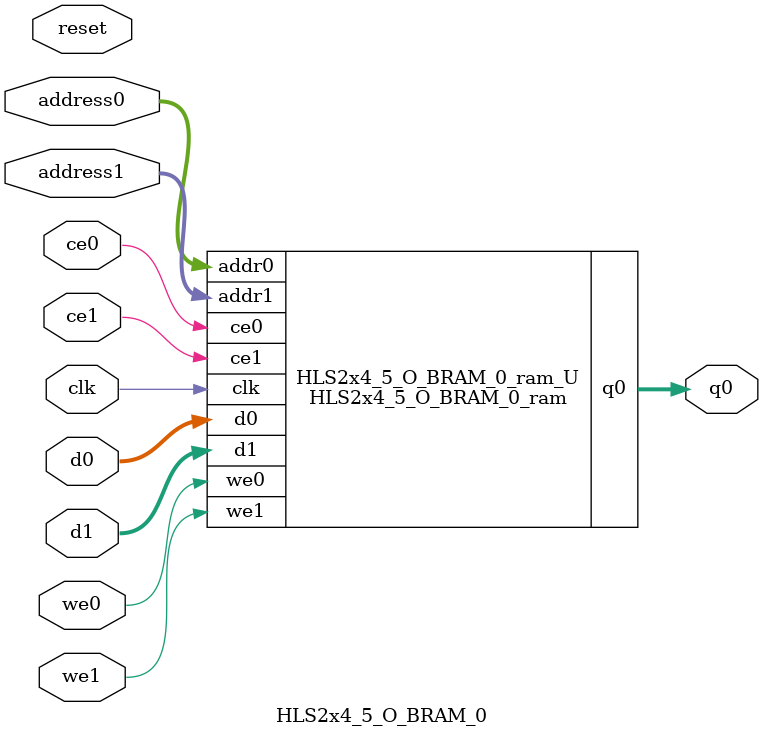
<source format=v>

`timescale 1 ns / 1 ps
module HLS2x4_5_O_BRAM_0_ram (addr0, ce0, d0, we0, q0, addr1, ce1, d1, we1,  clk);

parameter DWIDTH = 16;
parameter AWIDTH = 8;
parameter MEM_SIZE = 169;

input[AWIDTH-1:0] addr0;
input ce0;
input[DWIDTH-1:0] d0;
input we0;
output reg[DWIDTH-1:0] q0;
input[AWIDTH-1:0] addr1;
input ce1;
input[DWIDTH-1:0] d1;
input we1;
input clk;

(* ram_style = "block" *)reg [DWIDTH-1:0] ram[0:MEM_SIZE-1];




always @(posedge clk)  
begin 
    if (ce0) 
    begin
        if (we0) 
        begin 
            ram[addr0] <= d0; 
            q0 <= d0;
        end 
        else 
            q0 <= ram[addr0];
    end
end


always @(posedge clk)  
begin 
    if (ce1) 
    begin
        if (we1) 
        begin 
            ram[addr1] <= d1; 
        end 
    end
end


endmodule


`timescale 1 ns / 1 ps
module HLS2x4_5_O_BRAM_0(
    reset,
    clk,
    address0,
    ce0,
    we0,
    d0,
    q0,
    address1,
    ce1,
    we1,
    d1);

parameter DataWidth = 32'd16;
parameter AddressRange = 32'd169;
parameter AddressWidth = 32'd8;
input reset;
input clk;
input[AddressWidth - 1:0] address0;
input ce0;
input we0;
input[DataWidth - 1:0] d0;
output[DataWidth - 1:0] q0;
input[AddressWidth - 1:0] address1;
input ce1;
input we1;
input[DataWidth - 1:0] d1;



HLS2x4_5_O_BRAM_0_ram HLS2x4_5_O_BRAM_0_ram_U(
    .clk( clk ),
    .addr0( address0 ),
    .ce0( ce0 ),
    .d0( d0 ),
    .we0( we0 ),
    .q0( q0 ),
    .addr1( address1 ),
    .ce1( ce1 ),
    .d1( d1 ),
    .we1( we1 ));

endmodule


</source>
